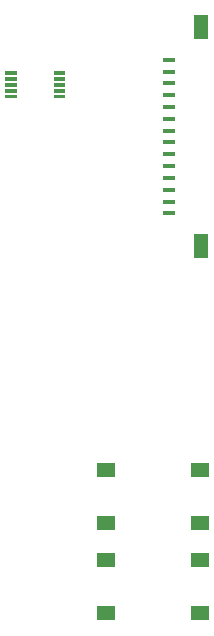
<source format=gtp>
%TF.GenerationSoftware,KiCad,Pcbnew,7.0.2-0*%
%TF.CreationDate,2025-01-26T18:27:29-07:00*%
%TF.ProjectId,LeftMB,4c656674-4d42-42e6-9b69-6361645f7063,rev?*%
%TF.SameCoordinates,Original*%
%TF.FileFunction,Paste,Top*%
%TF.FilePolarity,Positive*%
%FSLAX46Y46*%
G04 Gerber Fmt 4.6, Leading zero omitted, Abs format (unit mm)*
G04 Created by KiCad (PCBNEW 7.0.2-0) date 2025-01-26 18:27:29*
%MOMM*%
%LPD*%
G01*
G04 APERTURE LIST*
%ADD10C,0.010000*%
%ADD11R,1.550000X1.300000*%
%ADD12R,1.000000X0.400000*%
%ADD13R,1.300000X2.000000*%
G04 APERTURE END LIST*
%TO.C,ADS1115*%
D10*
X87656000Y-81048000D02*
X86777350Y-81048000D01*
X86777350Y-80796360D01*
X87656000Y-80796360D01*
X87656000Y-81048000D01*
G36*
X87656000Y-81048000D02*
G01*
X86777350Y-81048000D01*
X86777350Y-80796360D01*
X87656000Y-80796360D01*
X87656000Y-81048000D01*
G37*
X91781000Y-81048000D02*
X90906580Y-81048000D01*
X90906580Y-80797600D01*
X91781000Y-80797600D01*
X91781000Y-81048000D01*
G36*
X91781000Y-81048000D02*
G01*
X90906580Y-81048000D01*
X90906580Y-80797600D01*
X91781000Y-80797600D01*
X91781000Y-81048000D01*
G37*
X87656000Y-81548000D02*
X86779400Y-81548000D01*
X86779400Y-81297601D01*
X87656000Y-81297601D01*
X87656000Y-81548000D01*
G36*
X87656000Y-81548000D02*
G01*
X86779400Y-81548000D01*
X86779400Y-81297601D01*
X87656000Y-81297601D01*
X87656000Y-81548000D01*
G37*
X91781000Y-81548000D02*
X90906450Y-81548000D01*
X90906450Y-81297827D01*
X91781000Y-81297827D01*
X91781000Y-81548000D01*
G36*
X91781000Y-81548000D02*
G01*
X90906450Y-81548000D01*
X90906450Y-81297827D01*
X91781000Y-81297827D01*
X91781000Y-81548000D01*
G37*
X91781000Y-82048000D02*
X90907190Y-82048000D01*
X90907190Y-81797908D01*
X91781000Y-81797908D01*
X91781000Y-82048000D01*
G36*
X91781000Y-82048000D02*
G01*
X90907190Y-82048000D01*
X90907190Y-81797908D01*
X91781000Y-81797908D01*
X91781000Y-82048000D01*
G37*
X87656000Y-82048000D02*
X86780680Y-82048000D01*
X86780680Y-81797984D01*
X87656000Y-81797984D01*
X87656000Y-82048000D01*
G36*
X87656000Y-82048000D02*
G01*
X86780680Y-82048000D01*
X86780680Y-81797984D01*
X87656000Y-81797984D01*
X87656000Y-82048000D01*
G37*
X91781000Y-82548000D02*
X90908250Y-82548000D01*
X90908250Y-82298520D01*
X91781000Y-82298520D01*
X91781000Y-82548000D01*
G36*
X91781000Y-82548000D02*
G01*
X90908250Y-82548000D01*
X90908250Y-82298520D01*
X91781000Y-82298520D01*
X91781000Y-82548000D01*
G37*
X87656000Y-82548000D02*
X86777250Y-82548000D01*
X86777250Y-82298563D01*
X87656000Y-82298563D01*
X87656000Y-82548000D01*
G36*
X87656000Y-82548000D02*
G01*
X86777250Y-82548000D01*
X86777250Y-82298563D01*
X87656000Y-82298563D01*
X87656000Y-82548000D01*
G37*
X87656000Y-83048000D02*
X86780470Y-83048000D01*
X86780470Y-82798185D01*
X87656000Y-82798185D01*
X87656000Y-83048000D01*
G36*
X87656000Y-83048000D02*
G01*
X86780470Y-83048000D01*
X86780470Y-82798185D01*
X87656000Y-82798185D01*
X87656000Y-83048000D01*
G37*
X91781000Y-83048000D02*
X90906540Y-83048000D01*
X90906540Y-82798290D01*
X91781000Y-82798290D01*
X91781000Y-83048000D01*
G36*
X91781000Y-83048000D02*
G01*
X90906540Y-83048000D01*
X90906540Y-82798290D01*
X91781000Y-82798290D01*
X91781000Y-83048000D01*
G37*
%TD*%
D11*
%TO.C,START*%
X95315000Y-114590000D03*
X103265000Y-114590000D03*
X95315000Y-119090000D03*
X103265000Y-119090000D03*
%TD*%
%TO.C,SELECT*%
X95315000Y-122210000D03*
X103265000Y-122210000D03*
X95315000Y-126710000D03*
X103265000Y-126710000D03*
%TD*%
D12*
%TO.C,FPC*%
X100690000Y-92860000D03*
X100690000Y-91860000D03*
X100690000Y-90860000D03*
X100690000Y-89860000D03*
X100690000Y-88860000D03*
X100690000Y-87860000D03*
X100690000Y-86860000D03*
X100690000Y-85860000D03*
X100690000Y-84860000D03*
X100690000Y-83860000D03*
X100690000Y-82860000D03*
X100690000Y-81860000D03*
X100690000Y-80860000D03*
X100690000Y-79860000D03*
D13*
X103390000Y-95660000D03*
X103390000Y-77060000D03*
%TD*%
M02*

</source>
